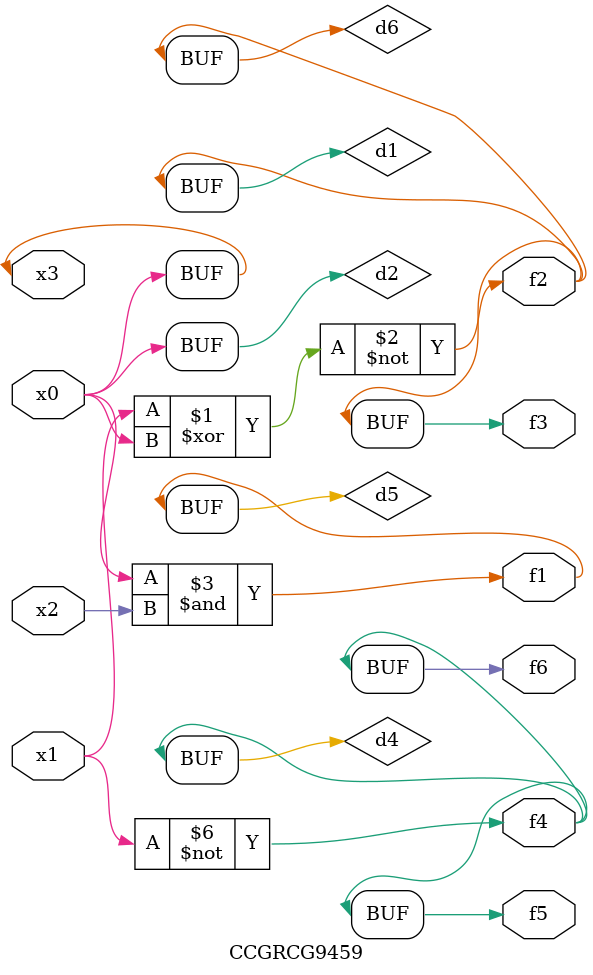
<source format=v>
module CCGRCG9459(
	input x0, x1, x2, x3,
	output f1, f2, f3, f4, f5, f6
);

	wire d1, d2, d3, d4, d5, d6;

	xnor (d1, x1, x3);
	buf (d2, x0, x3);
	nand (d3, x0, x2);
	not (d4, x1);
	nand (d5, d3);
	or (d6, d1);
	assign f1 = d5;
	assign f2 = d6;
	assign f3 = d6;
	assign f4 = d4;
	assign f5 = d4;
	assign f6 = d4;
endmodule

</source>
